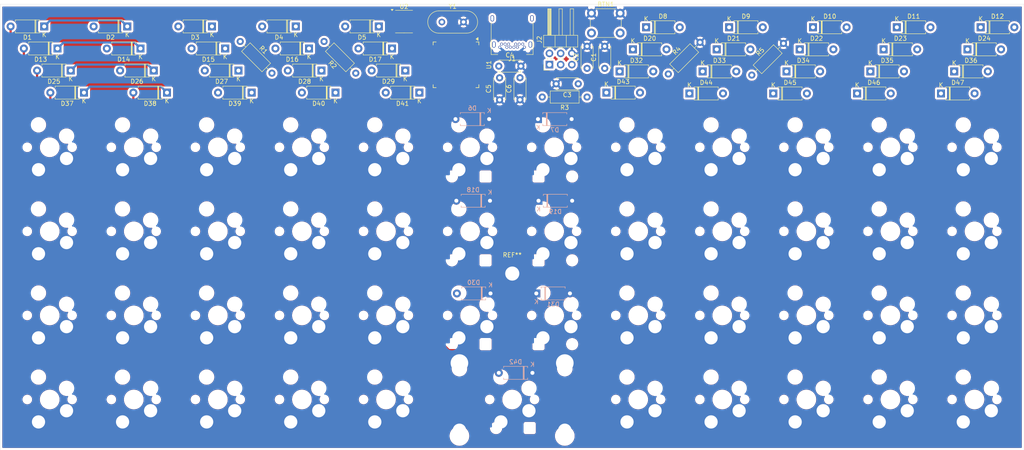
<source format=kicad_pcb>
(kicad_pcb (version 20240108) (generator "pcbnew") (generator_version "8.0")
  (layers (0 "F.Cu" signal) (31 "B.Cu" signal) (34 "B.Paste" user) (35 "F.Paste" user) (36 "B.SilkS" user "B.Silkscreen") (37 "F.SilkS" user "F.Silkscreen") (38 "B.Mask" user) (39 "F.Mask" user) (44 "Edge.Cuts" user))
  (net 0 "")
  (net 1 "GND")
  (net 2 "VBUS")
  (net 3 "Net-(U1-UCAP)")
  (net 4 "Net-(U1-XTAL1)")
  (net 5 "Net-(U1-XTAL2)")
  (net 6 "Net-(D1-A)")
  (net 7 "R1")
  (net 8 "Net-(D2-A)")
  (net 9 "Net-(D3-A)")
  (net 10 "Net-(D4-A)")
  (net 11 "Net-(D5-A)")
  (net 12 "Net-(D6-A)")
  (net 13 "Net-(D7-A)")
  (net 14 "Net-(D8-A)")
  (net 15 "Net-(D9-A)")
  (net 16 "Net-(D10-A)")
  (net 17 "Net-(D11-A)")
  (net 18 "Net-(D12-A)")
  (net 19 "Net-(D13-A)")
  (net 20 "R2")
  (net 21 "Net-(D14-A)")
  (net 22 "Net-(D15-A)")
  (net 23 "Net-(D16-A)")
  (net 24 "Net-(D17-A)")
  (net 25 "Net-(D18-A)")
  (net 26 "Net-(D19-A)")
  (net 27 "Net-(D20-A)")
  (net 28 "Net-(D21-A)")
  (net 29 "Net-(D22-A)")
  (net 30 "Net-(D23-A)")
  (net 31 "Net-(D24-A)")
  (net 32 "Net-(D25-A)")
  (net 33 "R3")
  (net 34 "Net-(D26-A)")
  (net 35 "Net-(D27-A)")
  (net 36 "Net-(D28-A)")
  (net 37 "Net-(D29-A)")
  (net 38 "Net-(D30-A)")
  (net 39 "Net-(D31-A)")
  (net 40 "Net-(D32-A)")
  (net 41 "Net-(D33-A)")
  (net 42 "Net-(D34-A)")
  (net 43 "Net-(D35-A)")
  (net 44 "Net-(D36-A)")
  (net 45 "R4")
  (net 46 "Net-(D37-A)")
  (net 47 "Net-(D38-A)")
  (net 48 "Net-(D39-A)")
  (net 49 "Net-(D40-A)")
  (net 50 "Net-(D41-A)")
  (net 51 "Net-(D42-A)")
  (net 52 "Net-(D44-A)")
  (net 53 "Net-(D45-A)")
  (net 54 "Net-(D46-A)")
  (net 55 "Net-(D47-A)")
  (net 57 "Net-(J1-CC1)")
  (net 62 "Net-(J1-D+-PadA6)")
  (net 64 "Net-(J1-D--PadA7)")
  (net 65 "Net-(J1-CC2)")
  (net 66 "MISO")
  (net 67 "RESET")
  (net 68 "SCL")
  (net 69 "MOSI")
  (net 70 "Net-(U1-D-)")
  (net 71 "D-")
  (net 72 "Net-(U1-D+)")
  (net 73 "D+")
  (net 74 "C1")
  (net 75 "C2")
  (net 76 "C3")
  (net 77 "C4")
  (net 78 "C5")
  (net 79 "C6")
  (net 80 "C7")
  (net 81 "C8")
  (net 82 "C9")
  (net 83 "C10")
  (net 84 "C11")
  (net 85 "C12")
  (net 110 "Net-(D43-A)")
  (footprint "Diode_THT:D_A-405_P7.62mm_Horizontal" (layer "F.Cu") (at 65.81 56 180)
    (property "Reference" "D14")
    (property "Value" "D")
  )
  (footprint "Diode_THT:D_A-405_P7.62mm_Horizontal" (layer "F.Cu") (at 110 66 180)
    (property "Reference" "D40")
    (property "Value" "D")
  )
  (footprint "Diode_THT:D_A-405_P7.62mm_Horizontal" (layer "F.Cu") (at 62.81 51 180)
    (property "Reference" "D2")
    (property "Value" "D")
  )
  (footprint "MountingHole:MountingHole_3.2mm_M3" (layer "F.Cu") (at 150.05 107)
    (property "Reference" "REF**")
    (property "Value" "MountingHole_3.2mm_M3")
  )
  (footprint "Resistor_THT:R_Axial_DIN0207_L6.3mm_D2.5mm_P10.16mm_Horizontal" (layer "F.Cu") (at 167 67 180)
    (property "Reference" "R3")
    (property "Value" "22R")
  )
  (footprint "Diode_THT:D_A-405_P7.62mm_Horizontal" (layer "F.Cu") (at 88 61 180)
    (property "Reference" "D27")
    (property "Value" "D")
  )
  (footprint "Diode_THT:D_A-405_P7.62mm_Horizontal" (layer "F.Cu") (at 218.19 51.19)
    (property "Reference" "D10")
    (property "Value" "D")
  )
  (footprint "Diode_THT:D_A-405_P7.62mm_Horizontal" (layer "F.Cu") (at 193.19 61.19)
    (property "Reference" "D33")
    (property "Value" "D")
  )
  (footprint "Capacitor_THT:C_Disc_D4.7mm_W2.5mm_P5.00mm" (layer "F.Cu") (at 147 60)
    (property "Reference" "C4")
    (property "Value" "1u")
  )
  (footprint "Crystal:Crystal_HC18-U_Vertical" (layer "F.Cu") (at 134.1 50)
    (property "Reference" "Y1")
    (property "Value" "Crystal_GND24_Small")
  )
  (footprint "Diode_THT:D_A-405_P7.62mm_Horizontal" (layer "F.Cu") (at 47 56 180)
    (property "Reference" "D13")
    (property "Value" "D")
  )
  (footprint "Connector_USB:USB_C_Receptacle_Amphenol_12401548E4-2A" (layer "F.Cu") (at 150.019899 52 180)
    (property "Reference" "J1")
    (property "Value" "USB_C_Receptacle_USB2.0_16P")
  )
  (footprint "Diode_THT:D_A-405_P7.62mm_Horizontal" (layer "F.Cu") (at 125.81 61 180)
    (property "Reference" "D29")
    (property "Value" "D")
  )
  (footprint "Diode_THT:D_A-405_P7.62mm_Horizontal" (layer "F.Cu") (at 234.19 56.19)
    (property "Reference" "D23")
    (property "Value" "D")
  )
  (footprint "Capacitor_THT:C_Disc_D4.7mm_W2.5mm_P5.00mm" (layer "F.Cu") (at 151.798059 67.62179 90)
    (property "Reference" "C6")
    (property "Value" "12pF")
  )
  (footprint "Diode_THT:D_A-405_P7.62mm_Horizontal" (layer "F.Cu") (at 180.38 51.19)
    (property "Reference" "D8")
    (property "Value" "D")
  )
  (footprint "Diode_THT:D_A-405_P7.62mm_Horizontal" (layer "F.Cu") (at 196.38 56.19)
    (property "Reference" "D21")
    (property "Value" "D")
  )
  (footprint "Diode_THT:D_A-405_P7.62mm_Horizontal" (layer "F.Cu") (at 53 66 180)
    (property "Reference" "D37")
    (property "Value" "D")
  )
  (footprint "Package_SO:SOIC-8_3.9x4.9mm_P1.27mm" (layer "F.Cu") (at 125.525 49.905)
    (property "Reference" "U2")
    (property "Value" "USB6B1")
  )
  (footprint "Diode_THT:D_A-405_P7.62mm_Horizontal" (layer "F.Cu") (at 250.19 61.19)
    (property "Reference" "D36")
    (property "Value" "D")
  )
  (footprint "Resistor_THT:R_Axial_DIN0207_L6.3mm_D2.5mm_P10.16mm_Horizontal" (layer "F.Cu") (at 114.592102 61.592102 135)
    (property "Reference" "R2")
    (property "Value" "22R")
  )
  (footprint "Diode_THT:D_A-405_P7.62mm_Horizontal" (layer "F.Cu") (at 171.38 66)
    (property "Reference" "D43")
    (property "Value" "D")
  )
  (footprint "Diode_THT:D_A-405_P7.62mm_Horizontal" (layer "F.Cu") (at 104 56 180)
    (property "Reference" "D16")
    (property "Value" "D")
  )
  (footprint "Connector_PinHeader_2.54mm:PinHeader_2x03_P2.54mm_Horizontal" (layer "F.Cu") (at 158.475 59.65 90)
    (property "Reference" "J2")
    (property "Value" "AVR-ISP-6")
  )
  (footprint "Package_QFP:TQFP-44_10x10mm_P0.8mm" (layer "F.Cu") (at 137.3 59.7 -90)
    (property "Reference" "U1")
    (property "Value" "ATmega32U4-A")
  )
  (footprint "Diode_THT:D_A-405_P7.62mm_Horizontal" (layer "F.Cu") (at 101 51 180)
    (property "Reference" "D4")
    (property "Value" "D")
  )
  (footprint "Diode_THT:D_A-405_P7.62mm_Horizontal" (layer "F.Cu") (at 231.19 61.19)
    (property "Reference" "D35")
    (property "Value" "D")
  )
  (footprint "Resistor_THT:R_Axial_DIN0207_L6.3mm_D2.5mm_P10.16mm_Horizontal" (layer "F.Cu") (at 185.407898 61.782102 45)
    (property "Reference" "R4")
    (property "Value" "5k1")
  )
  (footprint "Diode_THT:D_A-405_P7.62mm_Horizontal" (layer "F.Cu") (at 68.81 61 180)
    (property "Reference" "D26")
    (property "Value" "D")
  )
  (footprint "Diode_THT:D_A-405_P7.62mm_Horizontal" (layer "F.Cu") (at 71.81 66 180)
    (property "Reference" "D38")
    (property "Value" "D")
  )
  (footprint "Capacitor_THT:C_Disc_D4.7mm_W2.5mm_P5.00mm" (layer "F.Cu") (at 167 60.5 90)
    (property "Reference" "C2")
    (property "Value" "100nF")
  )
  (footprint "Resistor_THT:R_Axial_DIN0207_L6.3mm_D2.5mm_P10.16mm_Horizontal" (layer "F.Cu") (at 204.322729 62.024998 45)
    (property "Reference" "R5")
    (property "Value" "5k1")
  )
  (footprint "Capacitor_THT:C_Disc_D4.7mm_W2.5mm_P5.00mm" (layer "F.Cu") (at 147.183715 67.638153 90)
    (property "Reference" "C5")
    (property "Value" "12pF")
  )
  (footprint "Diode_THT:D_A-405_P7.62mm_Horizontal" (layer "F.Cu") (at 199.19 51.19)
    (property "Reference" "D9")
    (property "Value" "D")
  )
  (footprint "Diode_THT:D_A-405_P7.62mm_Horizontal" (layer "F.Cu") (at 228.19 66.19)
    (property "Reference" "D46")
    (property "Value" "D")
  )
  (footprint "Capacitor_THT:C_Disc_D4.7mm_W2.5mm_P5.00mm" (layer "F.Cu") (at 171 60.5 90)
    (property "Reference" "C1")
    (property "Value" "100nF")
  )
  (footprint "Diode_THT:D_A-405_P7.62mm_Horizontal" (layer "F.Cu") (at 190.19 66.19)
    (property "Reference" "D44")
    (property "Value" "D")
  )
  (footprint "Button_Switch_THT:SW_PUSH_6mm" (layer "F.Cu") (at 168 48)
    (property "Reference" "BTN1")
    (property "Value" "SW_Push")
  )
  (footprint "Diode_THT:D_A-405_P7.62mm_Horizontal" (layer "F.Cu") (at 209.19 66.19)
    (property "Reference" "D45")
    (property "Value" "D")
  )
  (footprint "Diode_THT:D_A-405_P7.62mm_Horizontal" (layer "F.Cu") (at 253.19 56.19)
    (property "Reference" "D24")
    (property "Value" "D")
  )
  (footprint "Diode_THT:D_A-405_P7.62mm_Horizontal" (layer "F.Cu") (at 122.81 56 180)
    (property "Reference" "D17")
    (property "Value" "D")
  )
  (footprint "Resistor_THT:R_Axial_DIN0207_L6.3mm_D2.5mm_P10.16mm_Horizontal" (layer "F.Cu") (at 88.407898 54.407898 -45)
    (property "Reference" "R1")
    (property "Value" "10k")
  )
  (footprint "Diode_THT:D_A-405_P7.62mm_Horizontal" (layer "F.Cu") (at 237.19 51.19)
    (property "Reference" "D11")
    (property "Value" "D")
  )
  (footprint "Diode_THT:D_A-405_P7.62mm_Horizontal" (layer "F.Cu") (at 82 51 180)
    (property "Reference" "D3")
    (property "Value" "D")
  )
  (footprint "Diode_THT:D_A-405_P7.62mm_Horizontal" (layer "F.Cu") (at 106.81 61 180)
    (property "Reference" "D28")
    (property "Value" "D")
  )
  (footprint "Diode_THT:D_A-405_P7.62mm_Horizontal" (layer "F.Cu") (at 119.81 51 180)
    (property "Reference" "D5")
    (property "Value" "D")
  )
  (footprint "Diode_THT:D_A-405_P7.62mm_Horizontal" (layer "F.Cu") (at 85 56 180)
    (property "Reference" "D15")
    (property "Value" "D")
  )
  (footprint "Diode_THT:D_A-405_P7.62mm_Horizontal" (layer "F.Cu") (at 247.19 66.19)
    (property "Reference" "D47")
    (property "Value" "D")
  )
  (footprint "Diode_THT:D_A-405_P7.62mm_Horizontal" (layer "F.Cu") (at 50 61 180)
    (property "Reference" "D25")
    (property "Value" "D")
  )
  (footprint "Diode_THT:D_A-405_P7.62mm_Horizontal" (layer "F.Cu") (at 256.19 51.19)
    (property "Reference" "D12")
    (property "Value" "D")
  )
  (footprint "Diode_THT:D_A-405_P7.62mm_Horizontal" (layer "F.Cu") (at 91 66 180)
    (property "Reference" "D39")
    (property "Value" "D")
  )
  (footprint "Capacitor_THT:C_Disc_D4.7mm_W2.5mm_P5.00mm" (layer "F.Cu") (at 165 64 180)
    (property "Reference" "C3")
    (property "Value" "100nF")
  )
  (footprint "Diode_THT:D_A-405_P7.62mm_Horizontal" (layer "F.Cu") (at 174.38 61.19)
    (property "Reference" "D32")
    (property "Value" "D")
  )
  (footprint "Diode_THT:D_A-405_P7.62mm_Horizontal" (layer "F.Cu") (at 215.19 56.19)
    (property "Reference" "D22")
    (property "Value" "D")
  )
  (footprint "Diode_THT:D_A-405_P7.62mm_Horizontal" (layer "F.Cu") (at 212.19 61.19)
    (property "Reference" "D34")
    (property "Value" "D")
  )
  (footprint "Diode_THT:D_A-405_P7.62mm_Horizontal" (layer "F.Cu") (at 129 66 180)
    (property "Reference" "D41")
    (property "Value" "D")
  )
  (footprint "Diode_THT:D_A-405_P7.62mm_Horizontal" (layer "F.Cu") (at 177.38 56.19)
    (property "Reference" "D20")
    (property "Value" "D")
  )
  (footprint "Diode_THT:D_A-405_P7.62mm_Horizontal" (layer "F.Cu") (at 44 51 180)
    (property "Reference" "D1")
    (property "Value" "D")
  )
  (footprint "MX_Hotswap:MX-Hotswap-1U" (layer "B.Cu") (at 64.29 135.5348)
    (property "Reference" "SW38")
    (property "Value" "SW_Push")
  )
  (footprint "MX_Hotswap:MX-Hotswap-1U" (layer "B.Cu") (at 64.29 78.3848)
    (property "Reference" "SW2")
    (property "Value" "SW_Push")
  )
  (footprint "MX_Hotswap:MX-Hotswap-1U" (layer "B.Cu") (at 178.59 116.4848)
    (property "Reference" "SW32")
    (property "Value" "SW_Push")
  )
  (footprint "Diode_THT:D_A-405_P7.62mm_Horizontal" (layer "B.Cu") (at 156 90.5)
    (property "Reference" "D19")
    (property "Value" "D")
  )
  (footprint "MX_Hotswap:MX-Hotswap-1U" (layer "B.Cu") (at 197.64 78.3848)
    (property "Reference" "SW9")
    (property "Value" "SW_Push")
  )
  (footprint "Diode_THT:D_A-405_P7.62mm_Horizontal" (layer "B.Cu") (at 145 90.5 180)
    (property "Reference" "D18")
    (property "Value" "D")
  )
  (footprint "MX_Hotswap:MX-Hotswap-1U" (layer "B.Cu") (at 254.79 135.5348)
    (property "Reference" "SW47")
    (property "Value" "SW_Push")
  )
  (footprint "MX_Hotswap:MX-Hotswap-1U" (layer "B.Cu") (at 178.59 135.5348)
    (property "Reference" "SW43")
    (property "Value" "SW_Push")
  )
  (footprint "MX_Hotswap:MX-Hotswap-1U" (layer "B.Cu") (at 64.29 116.4848)
    (property "Reference" "SW26")
    (property "Value" "SW_Push")
  )
  (footprint "MX_Hotswap:MX-Hotswap-1U" (layer "B.Cu") (at 121.44 97.4348)
    (property "Reference" "SW17")
    (property "Value" "SW_Push")
  )
  (footprint "MX_Hotswap:MX-Hotswap-1U" (layer "B.Cu") (at 197.64 116.4848)
    (property "Reference" "SW33")
    (property "Value" "SW_Push")
  )
  (footprint "Diode_THT:D_A-405_P7.62mm_Horizontal" (layer "B.Cu") (at 144.81 72 180)
    (property "Reference" "D6")
    (property "Value" "D")
  )
  (footprint "MX_Hotswap:MX-Hotswap-1U" (layer "B.Cu") (at 159.54 116.4848)
    (property "Reference" "SW31")
    (property "Value" "SW_Push")
  )
  (footprint "MX_Hotswap:MX-Hotswap-1U" (layer "B.Cu") (at 254.79 97.4348)
    (property "Reference" "SW24")
    (property "Value" "SW_Push")
  )
  (footprint "MX_Hotswap:MX-Hotswap-1U" (layer "B.Cu") (at 197.64 97.4348)
    (property "Reference" "SW21")
    (property "Value" "SW_Push")
  )
  (footprint "MX_Hotswap:MX-Hotswap-1U" (layer "B.Cu") (at 140.49 78.3848)
    (property "Reference" "SW6")
    (property "Value" "SW_Push")
  )
  (footprint "Diode_THT:D_A-405_P7.62mm_Horizontal" (layer "B.Cu") (at 145.12 111.5 180)
    (property "Reference" "D30")
    (property "Value" "D")
  )
  (footprint "MX_Hotswap:MX-Hotswap-1U" (layer "B.Cu") (at 254.79 116.4848)
    (property "Reference" "SW36")
    (property "Value" "SW_Push")
  )
  (footprint "MX_Hotswap:MX-Hotswap-1U" (layer "B.Cu") (at 216.69 97.4348)
    (property "Reference" "SW22")
    (property "Value" "SW_Push")
  )
  (footprint "Diode_THT:D_A-405_P7.62mm_Horizontal" (layer "B.Cu") (at 154.62 129.5 180)
    (property "Reference" "D42")
    (property "Value" "D")
  )
  (footprint "MX_Hotswap:MX-Hotswap-1U" (layer "B.Cu") (at 121.44 78.3848)
    (property "Reference" "SW5")
    (property "Value" "SW_Push")
  )
  (footprint "MX_Hotswap:MX-Hotswap-1U" (layer "B.Cu") (at 178.59 97.4348)
    (property "Reference" "SW20")
    (property "Value" "SW_Push")
  )
  (footprint "Diode_THT:D_A-405_P7.62mm_Horizontal" (layer "B.Cu") (at 155.5 111.5)
    (property "Reference" "D31")
    (property "Value" "D")
  )
  (footprint "MX_Hotswap:MX-Hotswap-1U" (layer "B.Cu") (at 235.74 78.3848)
    (property "Reference" "SW11")
    (property "Value" "SW_Push")
  )
  (footprint "MX_Hotswap:MX-Hotswap-1U" (layer "B.Cu") (at 216.69 116.4848)
    (property "Reference" "SW34")
    (property "Value" "SW_Push")
  )
  (footprint "MX_Hotswap:MX-Hotswap-1U" (layer "B.Cu") (at 121.44 116.4848)
    (property "Reference" "SW29")
    (property "Value" "SW_Push")
  )
  (footprint "MX_Hotswap:MX-Hotswap-1U" (layer "B.Cu") (at 159.54 97.4348)
    (property "Reference" "SW19")
    (property "Value" "SW_Push")
  )
  (footprint "MX_Hotswap:MX-Hotswap-1U" (layer "B.Cu") (at 140.49 97.4348)
    (property "Reference" "SW18")
    (property "Value" "SW_Push")
  )
  (footprint "MX_Hotswap:MX-Hotswap-1U" (layer "B.Cu") (at 83.34 116.4848)
    (property "Reference" "SW27")
    (property "Value" "SW_Push")
  )
  (footprint "MX_Hotswap:MX-Hotswap-1U" (layer "B.Cu") (at 178.59 78.3848)
    (property "Reference" "SW8")
    (property "Value" "SW_Push")
  )
  (footprint "MX_Hotswap:MX-Hotswap-1U" (layer "B.Cu") (at 102.39 135.5348)
    (property "Reference" "SW40")
    (property "Value" "SW_Push")
  )
  (footprint "MX_Hotswap:MX-Hotswap-1U" (layer "B.Cu") (at 235.74 116.4848)
    (property "Reference" "SW35")
    (property "Value" "SW_Push")
  )
  (footprint "MX_Hotswap:MX-Hotswap-1U" (layer "B.Cu") (at 102.39 97.4348)
    (property "Reference" "SW16")
    (property "Value" "SW_Push")
  )
  (footprint "MX_Hotswap:MX-Hotswap-1U" (layer "B.Cu") (at 159.54 78.3848)
    (property "Reference" "SW7")
    (property "Value" "SW_Push")
  )
  (footprint "MX_Hotswap:MX-Hotswap-1U" (layer "B.Cu") (at 216.69 78.3848)
    (property "Reference" "SW10")
    (property "Value" "SW_Push")
  )
  (footprint "MX_Hotswap:MX-Hotswap-1U" (layer "B.Cu") (at 83.34 78.3848)
    (property "Reference" "SW3")
    (property "Value" "SW_Push")
  )
  (footprint "MX_Hotswap:MX-Hotswap-1U" (layer "B.Cu") (at 102.39 78.3848)
    (property "Reference" "SW4")
    (property "Value" "SW_Push")
  )
  (footprint "MX_Hotswap:MX-Hotswap-1U" (layer "B.Cu") (at 83.34 135.5348)
    (property "Reference" "SW39")
    (property "Value" "SW_Push")
  )
  (footprint "MX_Hotswap:MX-Hotswap-1U" (layer "B.Cu") (at 83.34 97.4348)
    (property "Reference" "SW15")
    (property "Value" "SW_Push")
  )
  (footprint "MX_Hotswap:MX-Hotswap-1U" (layer "B.Cu") (at 45.24 97.4348)
    (property "Reference" "SW13")
    (property "Value" "SW_Push")
  )
  (footprint "MX_Hotswap:MX-Hotswap-1U" (layer "B.Cu") (at 45.24 135.5348)
    (property "Reference" "SW37")
    (property "Value" "SW_Push")
  )
  (footprint "MX_Hotswap:MX-Hotswap-1U" (layer "B.Cu") (at 64.29 97.4348)
    (property "Reference" "SW14")
    (property "Value" "SW_Push")
  )
  (footprint "MX_Hotswap:MX-Hotswap-1U" (layer "B.Cu") (at 121.44 135.5348)
    (property "Reference" "SW41")
    (property "Value" "SW_Push")
  )
  (footprint "MX_Hotswap:MX-Hotswap-1U" (layer "B.Cu") (at 45.24 116.4848)
    (property "Reference" "SW25")
    (property "Value" "SW_Push")
  )
  (footprint "MX_Hotswap:MX-Hotswap-1U" (layer "B.Cu") (at 140.49 116.4848)
    (property "Reference" "SW30")
    (property "Value" "SW_Push")
  )
  (footprint "MX_Hotswap:MX-Hotswap-1U" (layer "B.Cu") (at 216.69 135.5348)
    (property "Reference" "SW45")
    (property "Value" "SW_Push")
  )
  (footprint "MX_Hotswap:MX-Hotswap-1U" (layer "B.Cu") (at 235.74 97.4348)
    (property "Reference" "SW23")
    (property "Value" "SW_Push")
  )
  (footprint "MX_Hotswap:MX-Hotswap-1U" (layer "B.Cu") (at 197.64 135.5348)
    (property "Reference" "SW44")
    (property "Value" "SW_Push")
  )
  (footprint "MX_Hotswap:MX-Hotswap-1U" (layer "B.Cu") (at 45.24 78.3848)
    (property "Reference" "SW1")
    (property "Value" "SW_Push")
  )
  (footprint "MX_Hotswap:MX-Hotswap-1U" (layer "B.Cu") (at 235.74 135.5348)
    (property "Reference" "SW46")
    (property "Value" "SW_Push")
  )
  (footprint "Diode_THT:D_A-405_P7.62mm_Horizontal" (layer "B.Cu") (at 155.88 72)
    (property "Reference" "D7")
    (property "Value" "D")
  )
  (footprint "MX_Hotswap:MX-Hotswap-1U" (layer "B.Cu") (at 254.79 78.3848)
    (property "Reference" "SW12")
    (property "Value" "SW_Push")
  )
  (footprint "MX_Hotswap:MX-Hotswap-1U" (layer "B.Cu") (at 102.39 116.4848)
    (property "Reference" "SW28")
    (property "Value" "SW_Push")
  )
  (footprint "MX_Hotswap:MX-Hotswap-2U" (layer "B.Cu") (at 150.015 135.5348)
    (property "Reference" "SW42")
    (property "Value" "SW_Push")
  )
  (gr_rect (start 34 46) (end 266 147) (stroke (width 0.05)) (fill none) (layer "Edge.Cuts"))
  (segment (start 36.38 68.38) (end 36.38 51) (width 0.5) (layer "F.Cu") (net 6))
  (segment (start 38.72 70.72) (end 36.38 68.38) (width 0.5) (layer "F.Cu") (net 6))
  (segment (start 52.72 70.72) (end 38.72 70.72) (width 0.5) (layer "F.Cu") (net 6))
  (segment (start 52.325 75.8448) (end 53.6 75.8448) (width 0.5) (layer "F.Cu") (net 6))
  (segment (start 53.9 71.9) (end 52.72 70.72) (width 0.5) (layer "F.Cu") (net 6))
  (segment (start 53.9 75.5448) (end 53.9 71.9) (width 0.5) (layer "F.Cu") (net 6))
  (segment (start 53.6 75.8448) (end 53.9 75.5448) (width 0.5) (layer "F.Cu") (net 6))
  (segment (start 45.35 49.65) (end 61.46 49.65) (width 0.5) (layer "B.Cu") (net 7))
  (segment (start 61.46 49.65) (end 62.81 51) (width 0.5) (layer "B.Cu") (net 7))
  (segment (start 44 51) (end 45.35 49.65) (width 0.5) (layer "B.Cu") (net 7))
  (segment (start 152.8591 93.1937) (end 153.698 92.3548) (width 1) (layer "F.Cu") (net 12))
  (segment (start 153.698 111.4048) (end 152.8591 110.5659) (width 1) (layer "F.Cu") (net 12))
  (segment (start 152.8591 91.5159) (end 152.8591 74.1437) (width 1) (layer "F.Cu") (net 12))
  (segment (start 152.8591 74.1437) (end 153.698 73.3048) (width 1) (layer "F.Cu") (net 12))
  (segment (start 152.8591 110.5659) (end 152.8591 93.1937) (width 1) (layer "F.Cu") (net 12))
  (segment (start 153.698 92.3548) (end 152.8591 91.5159) (width 1) (layer "F.Cu") (net 12))
  (segment (start 39.38 68.38) (end 39.38 56) (width 0.5) (layer "F.Cu") (net 19))
  (segment (start 54.6 71.6) (end 53.02 70.02) (width 0.5) (layer "F.Cu") (net 19))
  (segment (start 53.02 70.02) (end 41.02 70.02) (width 0.5) (layer "F.Cu") (net 19))
  (segment (start 54.6 93.8948) (end 54.6 71.6) (width 0.5) (layer "F.Cu") (net 19))
  (segment (start 53.6 94.8948) (end 54.6 93.8948) (width 0.5) (layer "F.Cu") (net 19))
  (segment (start 52.325 94.8948) (end 53.6 94.8948) (width 0.5) (layer "F.Cu") (net 19))
  (segment (start 41.02 70.02) (end 39.38 68.38) (width 0.5) (layer "F.Cu") (net 19))
  (segment (start 47 56) (end 48.35 54.65) (width 0.5) (layer "B.Cu") (net 20))
  (segment (start 64.46 54.65) (end 65.81 56) (width 0.5) (layer "B.Cu") (net 20))
  (segment (start 48.35 54.65) (end 64.46 54.65) (width 0.5) (layer "B.Cu") (net 20))
  (segment (start 55.3 110.9698) (end 55.3 71.28995) (width 0.5) (layer "F.Cu") (net 32))
  (segment (start 52.325 113.9448) (end 55.3 110.9698) (width 0.5) (layer "F.Cu") (net 32))
  (segment (start 53.33005 69.32) (end 43.32 69.32) (width 0.5) (layer "F.Cu") (net 32))
  (segment (start 55.3 71.28995) (end 53.33005 69.32) (width 0.5) (layer "F.Cu") (net 32))
  (segment (start 42.38 68.38) (end 42.38 61) (width 0.5) (layer "F.Cu") (net 32))
  (segment (start 43.32 69.32) (end 42.38 68.38) (width 0.5) (layer "F.Cu") (net 32))
  (segment (start 67.46 59.65) (end 68.81 61) (width 0.5) (layer "B.Cu") (net 33))
  (segment (start 51.35 59.65) (end 67.46 59.65) (width 0.5) (layer "B.Cu") (net 33))
  (segment (start 50 61) (end 51.35 59.65) (width 0.5) (layer "B.Cu") (net 33))
  (segment (start 70.46 64.65) (end 71.81 66) (width 0.5) (layer "B.Cu") (net 45))
  (segment (start 53 66) (end 54.35 64.65) (width 0.5) (layer "B.Cu") (net 45))
  (segment (start 54.35 64.65) (end 70.46 64.65) (width 0.5) (layer "B.Cu") (net 45))
  (segment (start 46 68.62) (end 53.62 68.62) (width 0.5) (layer "F.Cu") (net 46))
  (segment (start 45.38 66) (end 45.38 68) (width 0.5) (layer "F.Cu") (net 46))
  (segment (start 56 71) (end 53.62 68.62) (width 0.5) (layer "F.Cu") (net 46))
  (segment (start 56 129.3198) (end 56 71) (width 0.5) (layer "F.Cu") (net 46))
  (segment (start 45.38 68) (end 46 68.62) (width 0.5) (layer "F.Cu") (net 46))
  (segment (start 52.325 132.9948) (end 56 129.3198) (width 0.5) (layer "F.Cu") (net 46))
  (segment (start 75 71) (end 72.671724 68.671724) (width 0.5) (layer "F.Cu") (net 47))
  (segment (start 73.6 92.6698) (end 73.6 92) (width 0.5) (layer "F.Cu") (net 47))
  (segment (start 64.77431 68.671724) (end 64.733276 68.63069) (width 0.5) (layer "F.Cu") (net 47))
  (segment (start 64.19 66) (end 64.19 68.087414) (width 0.5) (layer "F.Cu") (net 47))
  (segment (start 71.375 113.9448) (end 74.3 111.0198) (width 0.5) (layer "F.Cu") (net 47))
  (segment (start 75 129.3698) (end 75 71) (width 0.5) (layer "F.Cu") (net 47))
  (segment (start 74.3 72) (end 74.3 71.28995) (width 0.5) (layer "F.Cu") (net 47))
  (segment (start 74.3 71.28995) (end 72.505025 69.494975) (width 0.5) (layer "F.Cu") (net 47))
  (segment (start 74.3 111.0198) (end 74.3 72) (width 0.5) (layer "F.Cu") (net 47))
  (segment (start 72.671724 68.671724) (end 64.77431 68.671724) (width 0.5) (layer "F.Cu") (net 47))
  (segment (start 71.375 132.9948) (end 75 129.3698) (width 0.5) (layer "F.Cu") (net 47))
  (segment (start 72.65 75.8448) (end 72.9 75.5948) (width 0.5) (layer "F.Cu") (net 47))
  (segment (start 64.19 68.087414) (end 64.733276 68.63069) (width 0.5) (layer "F.Cu") (net 47))
  (segment (start 71.375 75.8448) (end 72.65 75.8448) (width 0.5) (layer "F.Cu") (net 47))
  (segment (start 72.9 75.5948) (end 72.9 74) (width 0.5) (layer "F.Cu") (net 47))
  (segment (start 73.6 92) (end 73.6 73) (width 0.5) (layer "F.Cu") (net 47))
  (segment (start 71.375 94.8948) (end 73.6 92.6698) (width 0.5) (layer "F.Cu") (net 47))
  (segment (start 39.398 92.3548) (end 38.5591 91.5159) (width 1) (layer "F.Cu") (net 74))
  (segment (start 39.398 130.4548) (end 38.5591 129.6159) (width 1) (layer "F.Cu") (net 74))
  (segment (start 38.5591 110.5659) (end 38.5591 93.1937) (width 1) (layer "F.Cu") (net 74))
  (segment (start 38.5591 129.6159) (end 38.5591 112.2437) (width 1) (layer "F.Cu") (net 74))
  (segment (start 39.398 111.4048) (end 38.5591 110.5659) (width 1) (layer "F.Cu") (net 74))
  (segment (start 38.5591 74.1437) (end 39.398 73.3048) (width 1) (layer "F.Cu") (net 74))
  (segment (start 38.5591 93.1937) (end 39.398 92.3548) (width 1) (layer "F.Cu") (net 74))
  (segment (start 38.5591 91.5159) (end 38.5591 74.1437) (width 1) (layer "F.Cu") (net 74))
  (segment (start 38.5591 112.2437) (end 39.398 111.4048) (width 1) (layer "F.Cu") (net 74))
  (segment (start 57.6091 129.6159) (end 57.6091 112.2437) (width 1) (layer "F.Cu") (net 75))
  (segment (start 58.448 111.4048) (end 57.6091 110.5659) (width 1) (layer "F.Cu") (net 75))
  (segment (start 58.448 130.4548) (end 57.6091 129.6159) (width 1) (layer "F.Cu") (net 75))
  (segment (start 57.6091 112.2437) (end 58.448 111.4048) (width 1) (layer "F.Cu") (net 75))
  (segment (start 57.6091 91.5159) (end 57.6091 74.1437) (width 1) (layer "F.Cu") (net 75))
  (segment (start 57.6091 93.1937) (end 58.448 92.3548) (width 1) (layer "F.Cu") (net 75))
  (segment (start 58.448 92.3548) (end 57.6091 91.5159) (width 1) (layer "F.Cu") (net 75))
  (segment (start 57.6091 110.5659) (end 57.6091 93.1937) (width 1) (layer "F.Cu") (net 75))
  (segment (start 57.6091 74.1437) (end 58.448 73.3048) (width 1) (layer "F.Cu") (net 75))
  (segment (start 76.6591 74.1437) (end 77.498 73.3048) (width 1) (layer "F.Cu") (net 76))
  (segment (start 77.498 111.4048) (end 76.6591 110.5659) (width 1) (layer "F.Cu") (net 76))
  (segment (start 76.6591 91.5159) (end 76.6591 74.1437) (width 1) (layer "F.Cu") (net 76))
  (segment (start 77.498 130.4548) (end 76.6591 129.6159) (width 1) (layer "F.Cu") (net 76))
  (segment (start 76.6591 129.6159) (end 76.6591 112.2437) (width 1) (layer "F.Cu") (net 76))
  (segment (start 77.498 92.3548) (end 76.6591 91.5159) (width 1) (layer "F.Cu") (net 76))
  (segment (start 76.6591 112.2437) (end 77.498 111.4048) (width 1) (layer "F.Cu") (net 76))
  (segment (start 76.6591 110.5659) (end 76.6591 93.1937) (width 1) (layer "F.Cu") (net 76))
  (segment (start 76.6591 93.1937) (end 77.498 92.3548) (width 1) (layer "F.Cu") (net 76))
  (segment (start 95.7091 112.2437) (end 96.548 111.4048) (width 1) (layer "F.Cu") (net 77))
  (segment (start 96.548 111.4048) (end 95.7091 110.5659) (width 1) (layer "F.Cu") (net 77))
  (segment (start 96.548 92.3548) (end 95.7091 91.5159) (width 1) (layer "F.Cu") (net 77))
  (segment (start 96.548 130.4548) (end 95.7091 129.6159) (width 1) (layer "F.Cu") (net 77))
  (segment (start 95.7091 93.1937) (end 96.548 92.3548) (width 1) (layer "F.Cu") (net 77))
  (segment (start 95.7091 91.5159) (end 95.7091 74.1437) (width 1) (layer "F.Cu") (net 77))
  (segment (start 95.7091 74.1437) (end 96.548 73.3048) (width 1) (layer "F.Cu") (net 77))
  (segment (start 95.7091 129.6159) (end 95.7091 112.2437) (width 1) (layer "F.Cu") (net 77))
  (segment (start 95.7091 110.5659) (end 95.7091 93.1937) (width 1) (layer "F.Cu") (net 77))
  (segment (start 114.7591 129.6159) (end 114.7591 112.2437) (width 1) (layer "F.Cu") (net 78))
  (segment (start 114.7591 109.7591) (end 114.7591 93.1937) (width 1) (layer "F.Cu") (net 78))
  (segment (start 115.598 130.4548) (end 114.7591 129.6159) (width 1) (layer "F.Cu") (net 78))
  (segment (start 114.7591 112.2437) (end 115.598 111.4048) (width 1) (layer "F.Cu") (net 78))
  (segment (start 115.598 110.598) (end 114.7591 109.7591) (width 1) (layer "F.Cu") (net 78))
  (segment (start 115.598 111.4048) (end 115.598 110.598) (width 1) (layer "F.Cu") (net 78))
  (segment (start 114.7591 93.1937) (end 115.598 92.3548) (width 1) (layer "F.Cu") (net 78))
  (segment (start 114.7591 74.1437) (end 115.598 73.3048) (width 1) (layer "F.Cu") (net 78))
  (segment (start 114.7591 91.5159) (end 114.7591 74.1437) (width 1) (layer "F.Cu") (net 78))
  (segment (start 115.598 92.3548) (end 114.7591 91.5159) (width 1) (layer "F.Cu") (net 78))
  (segment (start 133.8091 122.8091) (end 133.8091 112.2437) (width 1) (layer "F.Cu") (net 79))
  (segment (start 133.8091 112.2437) (end 134.648 111.4048) (width 1) (layer "F.Cu") (net 79))
  (segment (start 138.3182 124.6) (end 135.6 124.6) (width 1) (layer "F.Cu") (net 79))
  (segment (start 133.8091 74.1437) (end 134.648 73.3048) (width 1) (layer "F.Cu") (net 79))
  (segment (start 133.8091 110.5659) (end 133.8091 93.1937) (width 1) (layer "F.Cu") (net 79))
  (segment (start 134.648 111.4048) (end 133.8091 110.5659) (width 1) (layer "F.Cu") (net 79))
  (segment (start 133.8091 93.1937) (end 134.648 92.3548) (width 1) (layer "F.Cu") (net 79))
  (segment (start 135.6 124.6) (end 133.8091 122.8091) (width 1) (layer "F.Cu") (net 79))
  (segment (start 144.173 130.4548) (end 138.3182 124.6) (width 1) (layer "F.Cu") (net 79))
  (segment (start 133.8091 91.5159) (end 133.8091 74.1437) (width 1) (layer "F.Cu") (net 79))
  (segment (start 134.648 92.3548) (end 133.8091 91.5159) (width 1) (layer "F.Cu") (net 79))
  (segment (start 171.9091 93.1937) (end 172.748 92.3548) (width 1) (layer "F.Cu") (net 81))
  (segment (start 171.9091 112.2437) (end 172.748 111.4048) (width 1) (layer "F.Cu") (net 81))
  (segment (start 172.748 92.3548) (end 171.9091 91.5159) (width 1) (layer "F.Cu") (net 81))
  (segment (start 172.748 111.4048) (end 171.9091 110.5659) (width 1) (layer "F.Cu") (net 81))
  (segment (start 171.9091 129.6159) (end 171.9091 112.2437) (width 1) (layer "F.Cu") (net 81))
  (segment (start 172.748 130.4548) (end 171.9091 129.6159) (width 1) (layer "F.Cu") (net 81))
  (segment (start 171.9091 110.5659) (end 171.9091 93.1937) (width 1) (layer "F.Cu") (net 81))
  (segment (start 171.9091 91.5159) (end 171.9091 74.1437) (width 1) (layer "F.Cu") (net 81))
  (segment (start 171.9091 74.1437) (end 172.748 73.3048) (width 1) (layer "F.Cu") (net 81))
  (segment (start 191.798 91.202) (end 190.9591 90.3631) (width 1) (layer "F.Cu") (net 82))
  (segment (start 190.9591 129.6159) (end 190.9591 112.2437) (width 1) (layer "F.Cu") (net 82))
  (segment (start 190.9591 90.3631) (end 190.9591 74.1437) (width 1) (layer "F.Cu") (net 82))
  (segment (start 190.9591 74.1437) (end 191.798 73.3048) (width 1) (layer "F.Cu") (net 82))
  (segment (start 190.9591 93.1937) (end 191.798 92.3548) (width 1) (layer "F.Cu") (net 82))
  (segment (start 191.798 111.4048) (end 190.9591 110.5659) (width 1) (layer "F.Cu") (net 82))
  (segment (start 191.798 92.3548) (end 191.798 91.202) (width 1) (layer "F.Cu") (net 82))
  (segment (start 190.9591 110.5659) (end 190.9591 93.1937) (width 1) (layer "F.Cu") (net 82))
  (segment (start 190.9591 112.2437) (end 191.798 111.4048) (width 1) (layer "F.Cu") (net 82))
  (segment (start 191.798 130.4548) (end 190.9591 129.6159) (width 1) (layer "F.Cu") (net 82))
  (segment (start 210.0091 93.1937) (end 210.848 92.3548) (width 1) (layer "F.Cu") (net 83))
  (segment (start 210.848 111.4048) (end 210.0091 110.5659) (width 1) (layer "F.Cu") (net 83))
  (segment (start 210.0091 74.1437) (end 210.848 73.3048) (width 1) (layer "F.Cu") (net 83))
  (segment (start 210.0091 112.2437) (end 210.848 111.4048) (width 1) (layer "F.Cu") (net 83))
  (segment (start 210.848 92.3548) (end 210.848 91.848) (width 1) (layer "F.Cu") (net 83))
  (segment (start 210.0091 129.6159) (end 210.0091 112.2437) (width 1) (layer "F.Cu") (net 83))
  (segment (start 210.848 130.4548) (end 210.0091 129.6159) (width 1) (layer "F.Cu") (net 83))
  (segment (start 210.848 91.848) (end 210.0091 91.0091) (width 1) (layer "F.Cu") (net 83))
  (segment (start 210.0091 110.5659) (end 210.0091 93.1937) (width 1) (layer "F.Cu") (net 83))
  (segment (start 210.0091 91.0091) (end 210.0091 74.1437) (width 1) (layer "F.Cu") (net 83))
  (segment (start 229.0591 91.0591) (end 229.0591 74.1437) (width 1) (layer "F.Cu") (net 84))
  (segment (start 229.0591 129.6159) (end 229.0591 112.2437) (width 1) (layer "F.Cu") (net 84))
  (segment (start 229.0591 109.2631) (end 229.0591 93.1937) (width 1) (layer "F.Cu") (net 84))
  (segment (start 229.0591 112.2437) (end 229.898 111.4048) (width 1) (layer "F.Cu") (net 84))
  (segment (start 229.0591 74.1437) (end 229.898 73.3048) (width 1) (layer "F.Cu") (net 84))
  (segment (start 229.898 110.102) (end 229.0591 109.2631) (width 1) (layer "F.Cu") (net 84))
  (segment (start 229.898 130.4548) (end 229.0591 129.6159) (width 1) (layer "F.Cu") (net 84))
  (segment (start 229.898 111.4048) (end 229.898 110.102) (width 1) (layer "F.Cu") (net 84))
  (segment (start 229.898 92.3548) (end 229.898 91.898) (width 1) (layer "F.Cu") (net 84))
  (segment (start 229.898 91.898) (end 229.0591 91.0591) (width 1) (layer "F.Cu") (net 84))
  (segment (start 229.0591 93.1937) (end 229.898 92.3548) (width 1) (layer "F.Cu") (net 84))
  (segment (start 248.948 111.4048) (end 248.948 110.052) (width 1) (layer "F.Cu") (net 85))
  (segment (start 248.1091 129.6159) (end 248.1091 112.2437) (width 1) (layer "F.Cu") (net 85))
  (segment (start 248.948 92.3548) (end 248.1091 91.5159) (width 1) (layer "F.Cu") (net 85))
  (segment (start 248.1091 74.1437) (end 248.948 73.3048) (width 1) (layer "F.Cu") (net 85))
  (segment (start 248.948 110.052) (end 248.1091 109.2131) (width 1) (layer "F.Cu") (net 85))
  (segment (start 248.1091 91.5159) (end 248.1091 74.1437) (width 1) (layer "F.Cu") (net 85))
  (segment (start 248.1091 93.1937) (end 248.948 92.3548) (width 1) (layer "F.Cu") (net 85))
  (segment (start 248.1091 112.2437) (end 248.948 111.4048) (width 1) (layer "F.Cu") (net 85))
  (segment (start 248.1091 109.2131) (end 248.1091 93.1937) (width 1) (layer "F.Cu") (net 85))
  (segment (start 248.948 130.4548) (end 248.1091 129.6159) (width 1) (layer "F.Cu") (net 85))
  (zone (net 0) (net_name "") (layer "F.Cu") (connect_pads (clearance 0.5)) (min_thickness 0.25) (fill yes (thermal_gap 0.5) (thermal_bridge_width 0.5) (island_removal_mode 1) (island_area_min 10))
    (polygon (pts (xy 34 46) (xy 34 147) (xy 266 147) (xy 266 46)))
  )
  (zone (net 1) (net_name "GND") (layer "B.Cu") (priority 1) (connect_pads (clearance 0.5)) (min_thickness 0.25) (fill yes (thermal_gap 0.5) (thermal_bridge_width 0.5))
    (polygon (pts (xy 34 46) (xy 34 147) (xy 266 147) (xy 266 46)))
  )
)
</source>
